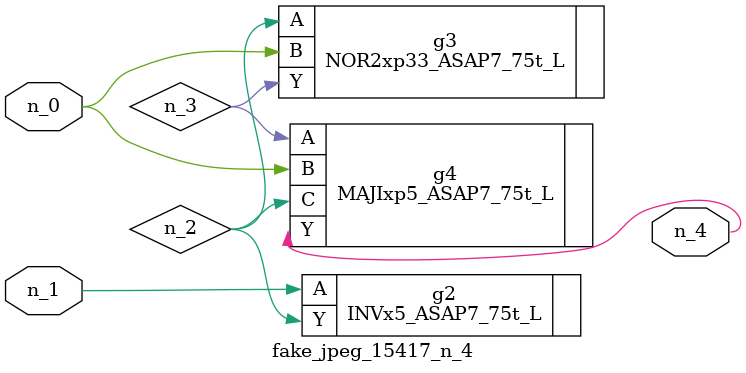
<source format=v>
module fake_jpeg_15417_n_4 (n_0, n_1, n_4);

input n_0;
input n_1;

output n_4;

wire n_3;
wire n_2;

INVx5_ASAP7_75t_L g2 ( 
.A(n_1),
.Y(n_2)
);

NOR2xp33_ASAP7_75t_L g3 ( 
.A(n_2),
.B(n_0),
.Y(n_3)
);

MAJIxp5_ASAP7_75t_L g4 ( 
.A(n_3),
.B(n_0),
.C(n_2),
.Y(n_4)
);


endmodule
</source>
